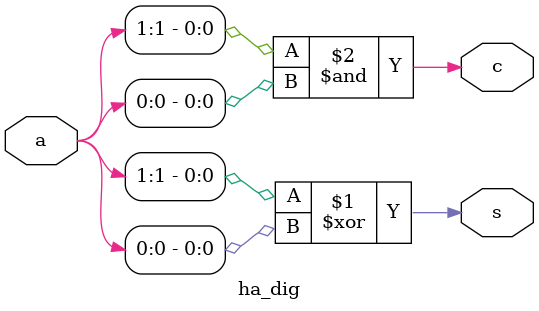
<source format=v>
module ha_dig(
    input [1:0]a, output s, output c
    );
    assign s = a[1]^a[0];
    assign c = a[1]&a[0];
endmodule

</source>
